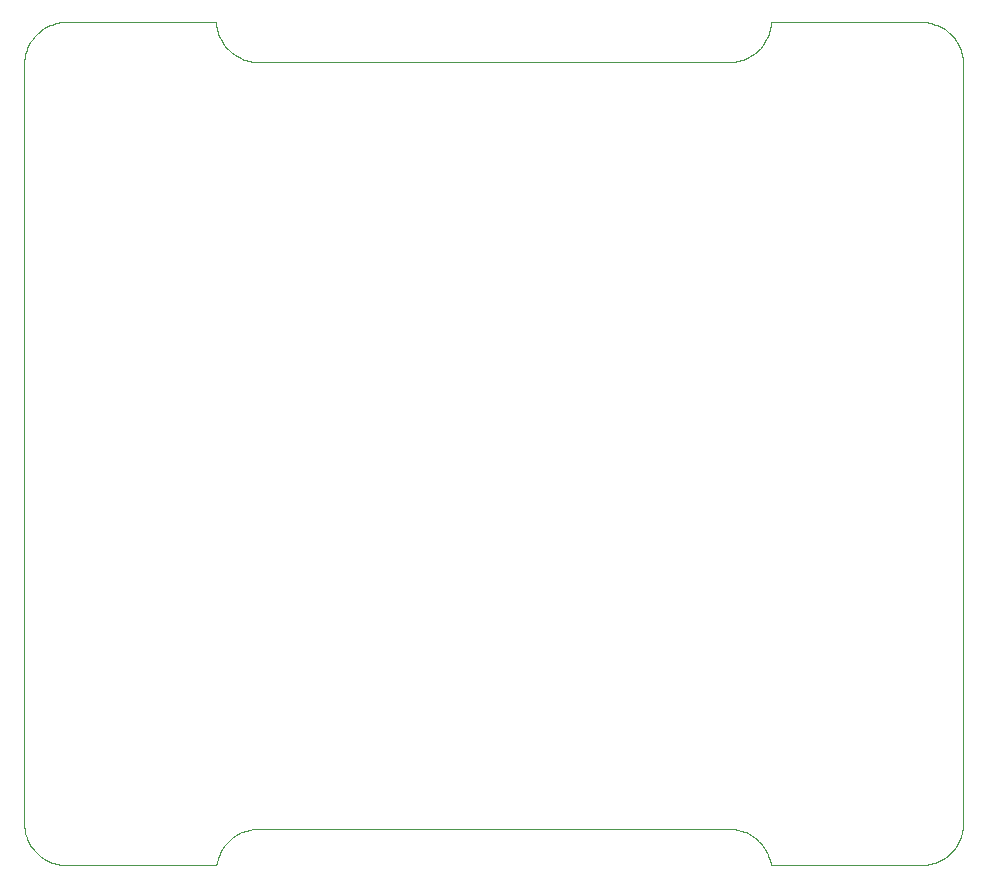
<source format=gbr>
%TF.GenerationSoftware,KiCad,Pcbnew,5.1.9+dfsg1-1*%
%TF.CreationDate,2021-09-07T23:13:06+02:00*%
%TF.ProjectId,streamdeck,73747265-616d-4646-9563-6b2e6b696361,rev?*%
%TF.SameCoordinates,Original*%
%TF.FileFunction,Profile,NP*%
%FSLAX46Y46*%
G04 Gerber Fmt 4.6, Leading zero omitted, Abs format (unit mm)*
G04 Created by KiCad (PCBNEW 5.1.9+dfsg1-1) date 2021-09-07 23:13:06*
%MOMM*%
%LPD*%
G01*
G04 APERTURE LIST*
%TA.AperFunction,Profile*%
%ADD10C,0.100000*%
%TD*%
G04 APERTURE END LIST*
D10*
%TO.C,Ref\u002A\u002A*%
X-42081505Y-49486863D02*
X-42266899Y-49491520D01*
X-42266899Y-49491520D02*
X-42449805Y-49505358D01*
X-42449805Y-49505358D02*
X-42629960Y-49528112D01*
X-42629960Y-49528112D02*
X-42807204Y-49559597D01*
X-42807204Y-49559597D02*
X-42981273Y-49599576D01*
X-42981273Y-49599576D02*
X-43151955Y-49647835D01*
X-43151955Y-49647835D02*
X-43319048Y-49704139D01*
X-43319048Y-49704139D02*
X-43482301Y-49768274D01*
X-43482301Y-49768274D02*
X-43641500Y-49840029D01*
X-43641500Y-49840029D02*
X-43796427Y-49919165D01*
X-43796427Y-49919165D02*
X-43946855Y-50005446D01*
X-43946855Y-50005446D02*
X-44092566Y-50098685D01*
X-44092566Y-50098685D02*
X-44233335Y-50198644D01*
X-44233335Y-50198644D02*
X-44368942Y-50305113D01*
X-44368942Y-50305113D02*
X-44499164Y-50417851D01*
X-44499164Y-50417851D02*
X-44623775Y-50536623D01*
X-44623775Y-50536623D02*
X-44742560Y-50661241D01*
X-44742560Y-50661241D02*
X-44855290Y-50791469D01*
X-44855290Y-50791469D02*
X-44961745Y-50927068D01*
X-44961745Y-50927068D02*
X-45061705Y-51067826D01*
X-45061705Y-51067826D02*
X-45154944Y-51213558D01*
X-45154944Y-51213558D02*
X-45241243Y-51363974D01*
X-45241243Y-51363974D02*
X-45320377Y-51518914D01*
X-45320377Y-51518914D02*
X-45392124Y-51678113D01*
X-45392124Y-51678113D02*
X-45456264Y-51841361D01*
X-45456264Y-51841361D02*
X-45512573Y-52008445D01*
X-45512573Y-52008445D02*
X-45560828Y-52179127D01*
X-45560828Y-52179127D02*
X-45600809Y-52353197D01*
X-45600809Y-52353197D02*
X-45632291Y-52530441D01*
X-45632291Y-52530441D02*
X-45655053Y-52710622D01*
X-45655053Y-52710622D02*
X-45668875Y-52893502D01*
X-45668875Y-52893502D02*
X-45673532Y-53078895D01*
X-45673532Y-53078895D02*
X-45673532Y-117298745D01*
X-45673532Y-117298745D02*
X-45668875Y-117483953D01*
X-45668875Y-117483953D02*
X-45655053Y-117667045D01*
X-45655053Y-117667045D02*
X-45632291Y-117847226D01*
X-45632291Y-117847226D02*
X-45600809Y-118024232D01*
X-45600809Y-118024232D02*
X-45560828Y-118198327D01*
X-45560828Y-118198327D02*
X-45512573Y-118369248D01*
X-45512573Y-118369248D02*
X-45456264Y-118536200D01*
X-45456264Y-118536200D02*
X-45392124Y-118699448D01*
X-45392124Y-118699448D02*
X-45320377Y-118858727D01*
X-45320377Y-118858727D02*
X-45241243Y-119013508D01*
X-45241243Y-119013508D02*
X-45154944Y-119164055D01*
X-45154944Y-119164055D02*
X-45061705Y-119309841D01*
X-45061705Y-119309841D02*
X-44961745Y-119450599D01*
X-44961745Y-119450599D02*
X-44855290Y-119586065D01*
X-44855290Y-119586065D02*
X-44742560Y-119716240D01*
X-44742560Y-119716240D02*
X-44623775Y-119840859D01*
X-44623775Y-119840859D02*
X-44499164Y-119959656D01*
X-44499164Y-119959656D02*
X-44368942Y-120072369D01*
X-44368942Y-120072369D02*
X-44233335Y-120178996D01*
X-44233335Y-120178996D02*
X-44092566Y-120278744D01*
X-44092566Y-120278744D02*
X-43946855Y-120372141D01*
X-43946855Y-120372141D02*
X-43796427Y-120458395D01*
X-43796427Y-120458395D02*
X-43641500Y-120537506D01*
X-43641500Y-120537506D02*
X-43482301Y-120609208D01*
X-43482301Y-120609208D02*
X-43319048Y-120673501D01*
X-43319048Y-120673501D02*
X-43151955Y-120729858D01*
X-43151955Y-120729858D02*
X-42981273Y-120778012D01*
X-42981273Y-120778012D02*
X-42807204Y-120817964D01*
X-42807204Y-120817964D02*
X-42629960Y-120849449D01*
X-42629960Y-120849449D02*
X-42449805Y-120872203D01*
X-42449805Y-120872203D02*
X-42266899Y-120885962D01*
X-42266899Y-120885962D02*
X-42081505Y-120890724D01*
X-42081505Y-120890724D02*
X-29388242Y-120890724D01*
X-29388242Y-120890724D02*
X-29361122Y-120728799D01*
X-29361122Y-120728799D02*
X-29326938Y-120569256D01*
X-29326938Y-120569256D02*
X-29285822Y-120412623D01*
X-29285822Y-120412623D02*
X-29237985Y-120258635D01*
X-29237985Y-120258635D02*
X-29183587Y-120108088D01*
X-29183587Y-120108088D02*
X-29122759Y-119960450D01*
X-29122759Y-119960450D02*
X-29055688Y-119816517D01*
X-29055688Y-119816517D02*
X-28982530Y-119676023D01*
X-28982530Y-119676023D02*
X-28903499Y-119539234D01*
X-28903499Y-119539234D02*
X-28818701Y-119406413D01*
X-28818701Y-119406413D02*
X-28728319Y-119277826D01*
X-28728319Y-119277826D02*
X-28632540Y-119153207D01*
X-28632540Y-119153207D02*
X-28531522Y-119033087D01*
X-28531522Y-119033087D02*
X-28425424Y-118917729D01*
X-28425424Y-118917729D02*
X-28314432Y-118807133D01*
X-28314432Y-118807133D02*
X-28198677Y-118701300D01*
X-28198677Y-118701300D02*
X-28078344Y-118600758D01*
X-28078344Y-118600758D02*
X-27953620Y-118505244D01*
X-27953620Y-118505244D02*
X-27824636Y-118415285D01*
X-27824636Y-118415285D02*
X-27691577Y-118331148D01*
X-27691577Y-118331148D02*
X-27554602Y-118252567D01*
X-27554602Y-118252567D02*
X-27413897Y-118179807D01*
X-27413897Y-118179807D02*
X-27269620Y-118113396D01*
X-27269620Y-118113396D02*
X-27121930Y-118053336D01*
X-27121930Y-118053336D02*
X-26970985Y-117999361D01*
X-26970985Y-117999361D02*
X-26816971Y-117952265D01*
X-26816971Y-117952265D02*
X-26660021Y-117912049D01*
X-26660021Y-117912049D02*
X-26500371Y-117878711D01*
X-26500371Y-117878711D02*
X-26338103Y-117852253D01*
X-26338103Y-117852253D02*
X-26173453Y-117833467D01*
X-26173453Y-117833467D02*
X-26006554Y-117821826D01*
X-26006554Y-117821826D02*
X-25837565Y-117818122D01*
X-25837565Y-117818122D02*
X13998158Y-117818122D01*
X13998158Y-117818122D02*
X14167226Y-117821826D01*
X14167226Y-117821826D02*
X14334178Y-117833467D01*
X14334178Y-117833467D02*
X14498749Y-117852253D01*
X14498749Y-117852253D02*
X14660938Y-117878711D01*
X14660938Y-117878711D02*
X14820746Y-117912049D01*
X14820746Y-117912049D02*
X14977644Y-117952265D01*
X14977644Y-117952265D02*
X15131631Y-117999361D01*
X15131631Y-117999361D02*
X15282444Y-118053336D01*
X15282444Y-118053336D02*
X15430346Y-118113396D01*
X15430346Y-118113396D02*
X15574543Y-118179807D01*
X15574543Y-118179807D02*
X15715301Y-118252567D01*
X15715301Y-118252567D02*
X15852355Y-118331148D01*
X15852355Y-118331148D02*
X15985176Y-118415285D01*
X15985176Y-118415285D02*
X16114293Y-118505244D01*
X16114293Y-118505244D02*
X16238911Y-118600758D01*
X16238911Y-118600758D02*
X16359297Y-118701300D01*
X16359297Y-118701300D02*
X16475184Y-118807133D01*
X16475184Y-118807133D02*
X16586044Y-118917729D01*
X16586044Y-118917729D02*
X16692142Y-119033087D01*
X16692142Y-119033087D02*
X16793213Y-119153207D01*
X16793213Y-119153207D02*
X16888992Y-119277826D01*
X16888992Y-119277826D02*
X16979214Y-119406413D01*
X16979214Y-119406413D02*
X17064146Y-119539234D01*
X17064146Y-119539234D02*
X17143256Y-119676023D01*
X17143256Y-119676023D02*
X17216281Y-119816517D01*
X17216281Y-119816517D02*
X17283485Y-119960450D01*
X17283485Y-119960450D02*
X17344339Y-120108088D01*
X17344339Y-120108088D02*
X17398579Y-120258635D01*
X17398579Y-120258635D02*
X17446468Y-120412623D01*
X17446468Y-120412623D02*
X17487478Y-120569256D01*
X17487478Y-120569256D02*
X17521874Y-120728799D01*
X17521874Y-120728799D02*
X17548862Y-120890724D01*
X17548862Y-120890724D02*
X30242231Y-120890724D01*
X30242231Y-120890724D02*
X30427439Y-120885962D01*
X30427439Y-120885962D02*
X30610531Y-120872203D01*
X30610531Y-120872203D02*
X30790712Y-120849449D01*
X30790712Y-120849449D02*
X30967718Y-120817964D01*
X30967718Y-120817964D02*
X31141813Y-120778012D01*
X31141813Y-120778012D02*
X31312734Y-120729858D01*
X31312734Y-120729858D02*
X31479686Y-120673501D01*
X31479686Y-120673501D02*
X31642933Y-120609208D01*
X31642933Y-120609208D02*
X31802212Y-120537506D01*
X31802212Y-120537506D02*
X31956994Y-120458395D01*
X31956994Y-120458395D02*
X32107541Y-120372141D01*
X32107541Y-120372141D02*
X32253326Y-120278744D01*
X32253326Y-120278744D02*
X32394085Y-120178996D01*
X32394085Y-120178996D02*
X32529551Y-120072369D01*
X32529551Y-120072369D02*
X32659726Y-119959656D01*
X32659726Y-119959656D02*
X32784345Y-119840859D01*
X32784345Y-119840859D02*
X32903142Y-119716240D01*
X32903142Y-119716240D02*
X33015855Y-119586065D01*
X33015855Y-119586065D02*
X33122482Y-119450599D01*
X33122482Y-119450599D02*
X33222229Y-119309841D01*
X33222229Y-119309841D02*
X33315627Y-119164055D01*
X33315627Y-119164055D02*
X33401881Y-119013508D01*
X33401881Y-119013508D02*
X33480992Y-118858727D01*
X33480992Y-118858727D02*
X33552694Y-118699448D01*
X33552694Y-118699448D02*
X33616987Y-118536200D01*
X33616987Y-118536200D02*
X33673343Y-118369248D01*
X33673343Y-118369248D02*
X33721498Y-118198327D01*
X33721498Y-118198327D02*
X33761450Y-118024232D01*
X33761450Y-118024232D02*
X33792935Y-117847226D01*
X33792935Y-117847226D02*
X33815689Y-117667045D01*
X33815689Y-117667045D02*
X33829447Y-117483953D01*
X33829447Y-117483953D02*
X33834210Y-117298745D01*
X33834210Y-117298745D02*
X33834210Y-53078895D01*
X33834210Y-53078895D02*
X33829447Y-52893502D01*
X33829447Y-52893502D02*
X33815689Y-52710622D01*
X33815689Y-52710622D02*
X33792935Y-52530441D01*
X33792935Y-52530441D02*
X33761450Y-52353197D01*
X33761450Y-52353197D02*
X33721498Y-52179127D01*
X33721498Y-52179127D02*
X33673343Y-52008445D01*
X33673343Y-52008445D02*
X33616987Y-51841361D01*
X33616987Y-51841361D02*
X33552694Y-51678113D01*
X33552694Y-51678113D02*
X33480992Y-51518914D01*
X33480992Y-51518914D02*
X33401881Y-51363974D01*
X33401881Y-51363974D02*
X33315627Y-51213558D01*
X33315627Y-51213558D02*
X33222229Y-51067826D01*
X33222229Y-51067826D02*
X33122482Y-50927068D01*
X33122482Y-50927068D02*
X33015855Y-50791469D01*
X33015855Y-50791469D02*
X32903142Y-50661241D01*
X32903142Y-50661241D02*
X32784345Y-50536623D01*
X32784345Y-50536623D02*
X32659726Y-50417851D01*
X32659726Y-50417851D02*
X32529551Y-50305113D01*
X32529551Y-50305113D02*
X32394085Y-50198644D01*
X32394085Y-50198644D02*
X32253326Y-50098685D01*
X32253326Y-50098685D02*
X32107541Y-50005446D01*
X32107541Y-50005446D02*
X31956994Y-49919165D01*
X31956994Y-49919165D02*
X31802212Y-49840029D01*
X31802212Y-49840029D02*
X31642933Y-49768274D01*
X31642933Y-49768274D02*
X31479686Y-49704139D01*
X31479686Y-49704139D02*
X31312734Y-49647835D01*
X31312734Y-49647835D02*
X31141813Y-49599576D01*
X31141813Y-49599576D02*
X30967718Y-49559597D01*
X30967718Y-49559597D02*
X30790712Y-49528112D01*
X30790712Y-49528112D02*
X30610531Y-49505358D01*
X30610531Y-49505358D02*
X30427439Y-49491520D01*
X30427439Y-49491520D02*
X30242231Y-49486863D01*
X30242231Y-49486863D02*
X17580347Y-49486863D01*
X17580347Y-49486863D02*
X17566853Y-49663843D01*
X17566853Y-49663843D02*
X17545158Y-49838282D01*
X17545158Y-49838282D02*
X17514995Y-50009997D01*
X17514995Y-50009997D02*
X17477160Y-50178748D01*
X17477160Y-50178748D02*
X17431387Y-50344377D01*
X17431387Y-50344377D02*
X17378206Y-50506619D01*
X17378206Y-50506619D02*
X17317616Y-50665342D01*
X17317616Y-50665342D02*
X17249883Y-50820309D01*
X17249883Y-50820309D02*
X17175270Y-50971333D01*
X17175270Y-50971333D02*
X17093779Y-51118176D01*
X17093779Y-51118176D02*
X17005937Y-51260680D01*
X17005937Y-51260680D02*
X16911481Y-51398634D01*
X16911481Y-51398634D02*
X16810940Y-51531825D01*
X16810940Y-51531825D02*
X16704577Y-51660042D01*
X16704577Y-51660042D02*
X16592394Y-51783100D01*
X16592394Y-51783100D02*
X16474655Y-51900786D01*
X16474655Y-51900786D02*
X16351359Y-52012916D01*
X16351359Y-52012916D02*
X16223301Y-52119252D01*
X16223301Y-52119252D02*
X16089951Y-52219635D01*
X16089951Y-52219635D02*
X15952103Y-52313853D01*
X15952103Y-52313853D02*
X15809493Y-52401668D01*
X15809493Y-52401668D02*
X15662649Y-52482922D01*
X15662649Y-52482922D02*
X15511573Y-52557402D01*
X15511573Y-52557402D02*
X15356527Y-52624897D01*
X15356527Y-52624897D02*
X15197777Y-52685195D01*
X15197777Y-52685195D02*
X15035588Y-52738112D01*
X15035588Y-52738112D02*
X14869959Y-52783461D01*
X14869959Y-52783461D02*
X14701155Y-52821006D01*
X14701155Y-52821006D02*
X14529176Y-52850560D01*
X14529176Y-52850560D02*
X14354816Y-52871912D01*
X14354816Y-52871912D02*
X14177545Y-52884876D01*
X14177545Y-52884876D02*
X13998158Y-52889242D01*
X13998158Y-52889242D02*
X-25837565Y-52889242D01*
X-25837565Y-52889242D02*
X-26017005Y-52884876D01*
X-26017005Y-52884876D02*
X-26194090Y-52871912D01*
X-26194090Y-52871912D02*
X-26368636Y-52850560D01*
X-26368636Y-52850560D02*
X-26540403Y-52821006D01*
X-26540403Y-52821006D02*
X-26709233Y-52783461D01*
X-26709233Y-52783461D02*
X-26874889Y-52738112D01*
X-26874889Y-52738112D02*
X-27037184Y-52685195D01*
X-27037184Y-52685195D02*
X-27195934Y-52624897D01*
X-27195934Y-52624897D02*
X-27350953Y-52557402D01*
X-27350953Y-52557402D02*
X-27501977Y-52482922D01*
X-27501977Y-52482922D02*
X-27648873Y-52401668D01*
X-27648873Y-52401668D02*
X-27791378Y-52313853D01*
X-27791378Y-52313853D02*
X-27929358Y-52219635D01*
X-27929358Y-52219635D02*
X-28062575Y-52119252D01*
X-28062575Y-52119252D02*
X-28190845Y-52012916D01*
X-28190845Y-52012916D02*
X-28313956Y-51900786D01*
X-28313956Y-51900786D02*
X-28431695Y-51783100D01*
X-28431695Y-51783100D02*
X-28543905Y-51660042D01*
X-28543905Y-51660042D02*
X-28650346Y-51531825D01*
X-28650346Y-51531825D02*
X-28750861Y-51398634D01*
X-28750861Y-51398634D02*
X-28845185Y-51260680D01*
X-28845185Y-51260680D02*
X-28933186Y-51118176D01*
X-28933186Y-51118176D02*
X-29014624Y-50971333D01*
X-29014624Y-50971333D02*
X-29089316Y-50820309D01*
X-29089316Y-50820309D02*
X-29157049Y-50665342D01*
X-29157049Y-50665342D02*
X-29217639Y-50506619D01*
X-29217639Y-50506619D02*
X-29270873Y-50344377D01*
X-29270873Y-50344377D02*
X-29316540Y-50178748D01*
X-29316540Y-50178748D02*
X-29354481Y-50009997D01*
X-29354481Y-50009997D02*
X-29384458Y-49838282D01*
X-29384458Y-49838282D02*
X-29406286Y-49663843D01*
X-29406286Y-49663843D02*
X-29419754Y-49486863D01*
X-29419754Y-49486863D02*
X-42081505Y-49486863D01*
X-42081505Y-49486863D02*
X-42081505Y-49486863D01*
X-42081505Y-49486863D02*
X-42081505Y-49486863D01*
%TD*%
M02*

</source>
